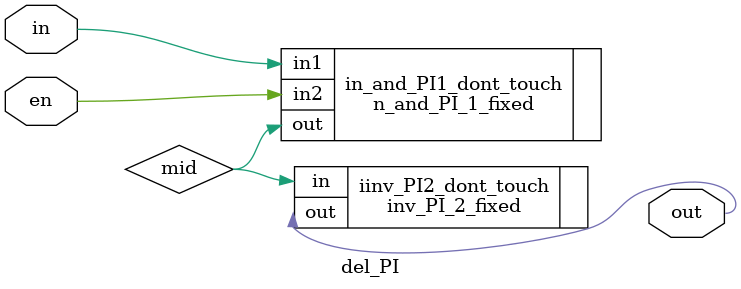
<source format=sv>

module del_PI (input in, input en, output out );
wire mid;

// synopsys dc_script_begin
// set_dont_touch {mid}
// synopsys dc_script_end

n_and_PI_1_fixed in_and_PI1_dont_touch (.in1(in), .in2(en), .out(mid));
inv_PI_2_fixed iinv_PI2_dont_touch (.in(mid), .out(out));
endmodule


</source>
